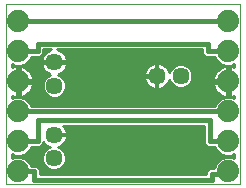
<source format=gtl>
G75*
%MOIN*%
%OFA0B0*%
%FSLAX24Y24*%
%IPPOS*%
%LPD*%
%AMOC8*
5,1,8,0,0,1.08239X$1,22.5*
%
%ADD10C,0.0000*%
%ADD11C,0.0740*%
%ADD12C,0.0570*%
%ADD13C,0.0100*%
%ADD14C,0.0160*%
D10*
X001367Y000622D02*
X001367Y006603D01*
X009176Y006611D01*
X009176Y000622D01*
X001367Y000622D01*
D11*
X001772Y001024D03*
X001772Y002024D03*
X001772Y003024D03*
X001772Y004024D03*
X001772Y005024D03*
X001772Y006024D03*
X008772Y006024D03*
X008772Y005024D03*
X008772Y004024D03*
X008772Y003024D03*
X008772Y002024D03*
X008772Y001024D03*
D12*
X007189Y004209D03*
X006402Y004209D03*
X002985Y003882D03*
X002985Y004670D03*
X002965Y002252D03*
X002965Y001465D03*
D13*
X003329Y001311D02*
X008380Y001311D01*
X008365Y001296D02*
X008297Y001131D01*
X008154Y001131D01*
X008043Y001020D01*
X008043Y000942D01*
X002505Y000942D01*
X002505Y001103D01*
X002394Y001214D01*
X002213Y001214D01*
X002179Y001296D01*
X002044Y001431D01*
X001868Y001504D01*
X001677Y001504D01*
X001567Y001458D01*
X001567Y001590D01*
X001677Y001544D01*
X001868Y001544D01*
X002044Y001617D01*
X002179Y001752D01*
X002213Y001834D01*
X002500Y001834D01*
X002612Y001945D01*
X002612Y001999D01*
X002633Y001969D01*
X002682Y001921D01*
X002737Y001880D01*
X002798Y001849D01*
X002833Y001838D01*
X002741Y001800D01*
X002630Y001689D01*
X002570Y001544D01*
X002570Y001386D01*
X002630Y001241D01*
X002741Y001130D01*
X002886Y001070D01*
X003044Y001070D01*
X003189Y001130D01*
X003300Y001241D01*
X003360Y001386D01*
X003360Y001544D01*
X003300Y001689D01*
X003189Y001800D01*
X003097Y001838D01*
X003132Y001849D01*
X003193Y001880D01*
X003248Y001921D01*
X003297Y001969D01*
X003337Y002024D01*
X003368Y002085D01*
X003389Y002150D01*
X003400Y002218D01*
X003400Y002233D01*
X002984Y002233D01*
X002984Y002271D01*
X003400Y002271D01*
X003400Y002287D01*
X003389Y002354D01*
X003368Y002419D01*
X003337Y002480D01*
X003297Y002536D01*
X003278Y002554D01*
X007976Y002554D01*
X007976Y001953D01*
X008087Y001842D01*
X008328Y001842D01*
X008365Y001752D01*
X008500Y001617D01*
X008677Y001544D01*
X008868Y001544D01*
X008976Y001589D01*
X008976Y001459D01*
X008868Y001504D01*
X008677Y001504D01*
X008500Y001431D01*
X008365Y001296D01*
X008330Y001212D02*
X003271Y001212D01*
X003149Y001114D02*
X008136Y001114D01*
X008043Y001015D02*
X002505Y001015D01*
X002494Y001114D02*
X002781Y001114D01*
X002659Y001212D02*
X002396Y001212D01*
X002601Y001311D02*
X002164Y001311D01*
X002066Y001409D02*
X002570Y001409D01*
X002570Y001508D02*
X001567Y001508D01*
X002018Y001606D02*
X002596Y001606D01*
X002646Y001705D02*
X002132Y001705D01*
X002200Y001803D02*
X002750Y001803D01*
X002707Y001902D02*
X002568Y001902D01*
X003180Y001803D02*
X008344Y001803D01*
X008412Y001705D02*
X003284Y001705D01*
X003334Y001606D02*
X008526Y001606D01*
X008478Y001409D02*
X003360Y001409D01*
X003360Y001508D02*
X008976Y001508D01*
X008027Y001902D02*
X003222Y001902D01*
X003320Y002000D02*
X007976Y002000D01*
X007976Y002099D02*
X003372Y002099D01*
X003397Y002197D02*
X007976Y002197D01*
X007976Y002296D02*
X003399Y002296D01*
X003376Y002394D02*
X007976Y002394D01*
X007976Y002493D02*
X003328Y002493D01*
X002213Y003214D02*
X002179Y003296D01*
X002044Y003431D01*
X001868Y003504D01*
X001677Y003504D01*
X001567Y003458D01*
X001567Y003545D01*
X001572Y003542D01*
X001650Y003517D01*
X001722Y003505D01*
X001722Y003974D01*
X001822Y003974D01*
X001822Y003505D01*
X001894Y003517D01*
X001972Y003542D01*
X002045Y003579D01*
X002111Y003627D01*
X002169Y003685D01*
X002217Y003751D01*
X002254Y003824D01*
X002279Y003902D01*
X002291Y003974D01*
X001822Y003974D01*
X001822Y004074D01*
X001722Y004074D01*
X001722Y004543D01*
X001650Y004531D01*
X001572Y004506D01*
X001567Y004503D01*
X001567Y004590D01*
X001677Y004544D01*
X001868Y004544D01*
X002044Y004617D01*
X002179Y004752D01*
X002213Y004834D01*
X002500Y004834D01*
X002612Y004945D01*
X002612Y005094D01*
X002882Y005094D01*
X002818Y005073D01*
X002757Y005042D01*
X002701Y005001D01*
X002653Y004953D01*
X002613Y004898D01*
X002582Y004837D01*
X002560Y004772D01*
X002550Y004704D01*
X002550Y004689D01*
X002966Y004689D01*
X002966Y004651D01*
X002550Y004651D01*
X002550Y004635D01*
X002560Y004568D01*
X002582Y004503D01*
X002613Y004442D01*
X002653Y004386D01*
X002701Y004338D01*
X002757Y004298D01*
X002818Y004267D01*
X002853Y004255D01*
X002761Y004217D01*
X002650Y004106D01*
X002590Y003961D01*
X002590Y003804D01*
X002650Y003659D01*
X002761Y003547D01*
X002906Y003487D01*
X003063Y003487D01*
X003208Y003547D01*
X003320Y003659D01*
X003380Y003804D01*
X003380Y003961D01*
X003320Y004106D01*
X003208Y004217D01*
X003117Y004255D01*
X003152Y004267D01*
X003213Y004298D01*
X003268Y004338D01*
X003316Y004386D01*
X003357Y004442D01*
X003388Y004503D01*
X003409Y004568D01*
X003420Y004635D01*
X003420Y004651D01*
X003004Y004651D01*
X003004Y004689D01*
X003420Y004689D01*
X003420Y004704D01*
X003409Y004772D01*
X003388Y004837D01*
X003357Y004898D01*
X003316Y004953D01*
X003268Y005001D01*
X003213Y005042D01*
X003152Y005073D01*
X003087Y005094D01*
X007909Y005094D01*
X007909Y005028D01*
X007908Y004950D01*
X007909Y004950D01*
X007909Y004949D01*
X007964Y004894D01*
X008019Y004838D01*
X008020Y004838D01*
X008098Y004838D01*
X008330Y004837D01*
X008365Y004752D01*
X008500Y004617D01*
X008677Y004544D01*
X008868Y004544D01*
X008976Y004589D01*
X008976Y004504D01*
X008972Y004506D01*
X008894Y004531D01*
X008822Y004543D01*
X008822Y004074D01*
X008722Y004074D01*
X008722Y003974D01*
X008253Y003974D01*
X008265Y003902D01*
X008290Y003824D01*
X008327Y003751D01*
X008375Y003685D01*
X008433Y003627D01*
X008500Y003579D01*
X008572Y003542D01*
X008650Y003517D01*
X008722Y003505D01*
X008722Y003974D01*
X008822Y003974D01*
X008822Y003505D01*
X008894Y003517D01*
X008972Y003542D01*
X008976Y003544D01*
X008976Y003459D01*
X008868Y003504D01*
X008677Y003504D01*
X008500Y003431D01*
X008365Y003296D01*
X008331Y003214D01*
X002213Y003214D01*
X002185Y003281D02*
X008359Y003281D01*
X008448Y003379D02*
X002096Y003379D01*
X001931Y003478D02*
X008613Y003478D01*
X008722Y003576D02*
X008822Y003576D01*
X008822Y003675D02*
X008722Y003675D01*
X008722Y003773D02*
X008822Y003773D01*
X008822Y003872D02*
X008722Y003872D01*
X008722Y003970D02*
X008822Y003970D01*
X008722Y004069D02*
X007559Y004069D01*
X007584Y004130D02*
X007524Y003985D01*
X007413Y003874D01*
X007268Y003814D01*
X007111Y003814D01*
X006966Y003874D01*
X006855Y003985D01*
X006816Y004077D01*
X006805Y004042D01*
X006774Y003981D01*
X006734Y003926D01*
X006685Y003877D01*
X006630Y003837D01*
X006569Y003806D01*
X006504Y003785D01*
X006436Y003774D01*
X006421Y003774D01*
X006421Y004190D01*
X006383Y004190D01*
X006383Y003774D01*
X006368Y003774D01*
X006300Y003785D01*
X006235Y003806D01*
X006174Y003837D01*
X006119Y003877D01*
X006070Y003926D01*
X006030Y003981D01*
X005999Y004042D01*
X005978Y004107D01*
X005967Y004175D01*
X005967Y004190D01*
X006383Y004190D01*
X006383Y004228D01*
X005967Y004228D01*
X005967Y004243D01*
X005978Y004311D01*
X005999Y004376D01*
X006030Y004437D01*
X006070Y004492D01*
X006119Y004541D01*
X006174Y004581D01*
X006235Y004612D01*
X006300Y004633D01*
X006368Y004644D01*
X006383Y004644D01*
X006383Y004228D01*
X006421Y004228D01*
X006421Y004644D01*
X006436Y004644D01*
X006504Y004633D01*
X006569Y004612D01*
X006630Y004581D01*
X006685Y004541D01*
X006734Y004492D01*
X006774Y004437D01*
X006805Y004376D01*
X006816Y004341D01*
X006855Y004433D01*
X006966Y004544D01*
X007111Y004604D01*
X007268Y004604D01*
X007413Y004544D01*
X007524Y004433D01*
X007584Y004288D01*
X007584Y004130D01*
X007584Y004167D02*
X008272Y004167D01*
X008265Y004146D02*
X008290Y004224D01*
X008327Y004297D01*
X008375Y004363D01*
X008433Y004421D01*
X008500Y004469D01*
X008572Y004506D01*
X008650Y004531D01*
X008722Y004543D01*
X008722Y004074D01*
X008253Y004074D01*
X008265Y004146D01*
X008312Y004266D02*
X007584Y004266D01*
X007553Y004364D02*
X008377Y004364D01*
X008491Y004463D02*
X007494Y004463D01*
X007371Y004561D02*
X008635Y004561D01*
X008722Y004463D02*
X008822Y004463D01*
X008909Y004561D02*
X008976Y004561D01*
X008822Y004364D02*
X008722Y004364D01*
X008722Y004266D02*
X008822Y004266D01*
X008822Y004167D02*
X008722Y004167D01*
X008254Y003970D02*
X007509Y003970D01*
X007407Y003872D02*
X008275Y003872D01*
X008316Y003773D02*
X003367Y003773D01*
X003326Y003675D02*
X008386Y003675D01*
X008505Y003576D02*
X003237Y003576D01*
X003380Y003872D02*
X006126Y003872D01*
X006038Y003970D02*
X003376Y003970D01*
X003335Y004069D02*
X005990Y004069D01*
X005968Y004167D02*
X003258Y004167D01*
X003149Y004266D02*
X005971Y004266D01*
X005995Y004364D02*
X003294Y004364D01*
X003367Y004463D02*
X006049Y004463D01*
X006147Y004561D02*
X003407Y004561D01*
X003411Y004758D02*
X008363Y004758D01*
X008457Y004660D02*
X003004Y004660D01*
X002966Y004660D02*
X002087Y004660D01*
X001972Y004506D02*
X001894Y004531D01*
X001822Y004543D01*
X001822Y004074D01*
X002291Y004074D01*
X002279Y004146D01*
X002254Y004224D01*
X002217Y004297D01*
X002169Y004363D01*
X002111Y004421D01*
X002045Y004469D01*
X001972Y004506D01*
X001909Y004561D02*
X002562Y004561D01*
X002602Y004463D02*
X002053Y004463D01*
X002167Y004364D02*
X002675Y004364D01*
X002820Y004266D02*
X002232Y004266D01*
X002272Y004167D02*
X002711Y004167D01*
X002634Y004069D02*
X001822Y004069D01*
X001822Y003970D02*
X001722Y003970D01*
X001722Y003872D02*
X001822Y003872D01*
X001822Y003773D02*
X001722Y003773D01*
X001722Y003675D02*
X001822Y003675D01*
X001822Y003576D02*
X001722Y003576D01*
X001613Y003478D02*
X001567Y003478D01*
X002039Y003576D02*
X002732Y003576D01*
X002643Y003675D02*
X002158Y003675D01*
X002228Y003773D02*
X002602Y003773D01*
X002590Y003872D02*
X002269Y003872D01*
X002290Y003970D02*
X002594Y003970D01*
X001822Y004167D02*
X001722Y004167D01*
X001722Y004266D02*
X001822Y004266D01*
X001822Y004364D02*
X001722Y004364D01*
X001722Y004463D02*
X001822Y004463D01*
X001635Y004561D02*
X001567Y004561D01*
X002182Y004758D02*
X002558Y004758D01*
X002592Y004857D02*
X002523Y004857D01*
X002612Y004955D02*
X002655Y004955D01*
X002612Y005054D02*
X002780Y005054D01*
X003189Y005054D02*
X007909Y005054D01*
X007908Y004955D02*
X003314Y004955D01*
X003378Y004857D02*
X008001Y004857D01*
X008020Y004838D02*
X008020Y004838D01*
X007008Y004561D02*
X006657Y004561D01*
X006755Y004463D02*
X006884Y004463D01*
X006826Y004364D02*
X006809Y004364D01*
X006421Y004364D02*
X006383Y004364D01*
X006383Y004266D02*
X006421Y004266D01*
X006421Y004167D02*
X006383Y004167D01*
X006383Y004069D02*
X006421Y004069D01*
X006421Y003970D02*
X006383Y003970D01*
X006383Y003872D02*
X006421Y003872D01*
X006678Y003872D02*
X006971Y003872D01*
X006870Y003970D02*
X006766Y003970D01*
X006814Y004069D02*
X006820Y004069D01*
X006421Y004463D02*
X006383Y004463D01*
X006383Y004561D02*
X006421Y004561D01*
X008931Y003478D02*
X008976Y003478D01*
D14*
X008772Y003024D02*
X001772Y003024D01*
X002382Y003394D02*
X005489Y003394D01*
X005496Y003390D01*
X005489Y004209D01*
X006402Y004209D01*
X005496Y003390D02*
X007949Y003378D01*
X007949Y004024D01*
X008772Y004024D01*
X008772Y005024D02*
X008099Y005028D01*
X008099Y005284D01*
X002422Y005284D01*
X002422Y005024D01*
X001772Y005024D01*
X002347Y004670D02*
X002347Y004031D01*
X001772Y004031D01*
X001772Y004024D01*
X002382Y004024D01*
X002382Y003394D01*
X002422Y002744D02*
X008166Y002744D01*
X008166Y002032D01*
X008772Y002032D01*
X008772Y002024D01*
X008772Y001024D02*
X008772Y000941D01*
X008233Y000941D01*
X008233Y000752D01*
X002315Y000752D01*
X002315Y001024D01*
X001772Y001024D01*
X001772Y002024D02*
X002422Y002024D01*
X002422Y002744D01*
X002347Y004670D02*
X002985Y004670D01*
X001772Y006024D02*
X008772Y006024D01*
M02*

</source>
